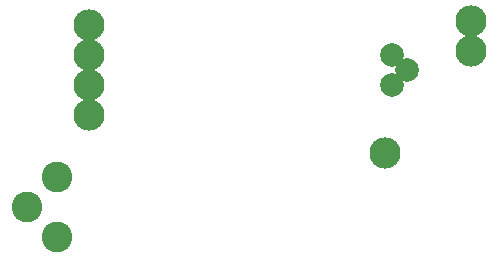
<source format=gbr>
%FSLAX34Y34*%
%MOMM*%
%LNSOLDERMASK_BOTTOM*%
G71*
G01*
%ADD10C, 2.00*%
%ADD11C, 2.64*%
%ADD12C, 2.60*%
%LPD*%
X325590Y-46160D02*
G54D10*
D03*
X338288Y-58859D02*
G54D10*
D03*
X325588Y-71559D02*
G54D10*
D03*
X392112Y-17462D02*
G54D11*
D03*
X392110Y-42860D02*
G54D11*
D03*
X41850Y-200465D02*
G54D12*
D03*
X16454Y-175061D02*
G54D12*
D03*
X41854Y-149661D02*
G54D12*
D03*
X319090Y-128590D02*
G54D11*
D03*
X68462Y-96956D02*
G54D11*
D03*
X68462Y-71556D02*
G54D11*
D03*
X68460Y-46160D02*
G54D11*
D03*
X68462Y-20756D02*
G54D11*
D03*
M02*

</source>
